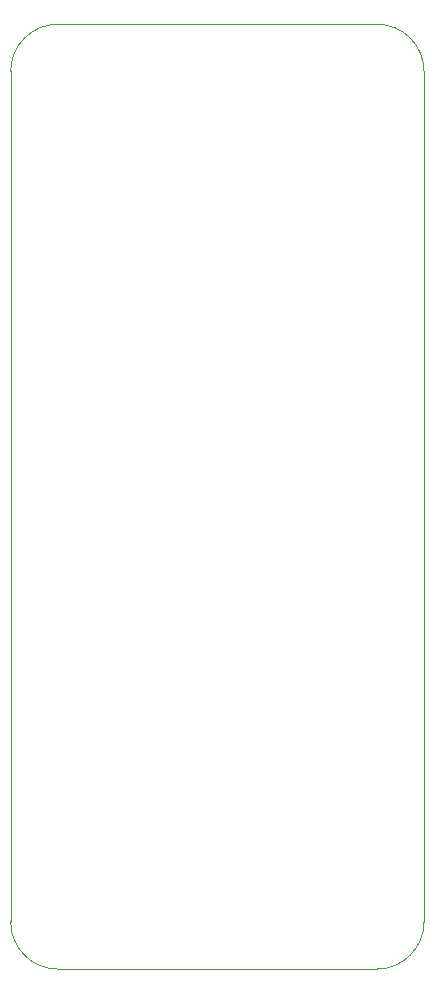
<source format=gbr>
G04 #@! TF.GenerationSoftware,KiCad,Pcbnew,(5.1.2-1)-1*
G04 #@! TF.CreationDate,2019-06-03T16:39:24-07:00*
G04 #@! TF.ProjectId,PowerDistribution,506f7765-7244-4697-9374-726962757469,rev?*
G04 #@! TF.SameCoordinates,Original*
G04 #@! TF.FileFunction,Profile,NP*
%FSLAX46Y46*%
G04 Gerber Fmt 4.6, Leading zero omitted, Abs format (unit mm)*
G04 Created by KiCad (PCBNEW (5.1.2-1)-1) date 2019-06-03 16:39:24*
%MOMM*%
%LPD*%
G04 APERTURE LIST*
%ADD10C,0.050000*%
G04 APERTURE END LIST*
D10*
X107000000Y-26000000D02*
X107000000Y-5000000D01*
X138000000Y-30000000D02*
X111000000Y-30000000D01*
X142000000Y-5000000D02*
X142000000Y-26000000D01*
X111000000Y-30000000D02*
G75*
G02X107000000Y-26000000I0J4000000D01*
G01*
X142000000Y-26000000D02*
G75*
G02X138000000Y-30000000I-4000000J0D01*
G01*
X142000000Y46000000D02*
X142000000Y-5000000D01*
X107000000Y46000000D02*
X107000000Y-5000000D01*
X111000000Y50000000D02*
X138000000Y50000000D01*
X138000000Y50000000D02*
G75*
G02X142000000Y46000000I0J-4000000D01*
G01*
X107000000Y46000000D02*
G75*
G02X111000000Y50000000I4000000J0D01*
G01*
M02*

</source>
